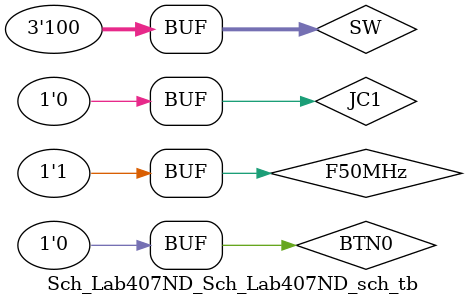
<source format=v>

`timescale 1ns / 1ps

module Sch_Lab407ND_Sch_Lab407ND_sch_tb();

// Inputs
   reg F50MHz;
   reg BTN0;
   reg [2:0] SW;
   reg JC1;

// Output
   wire JC2;
   wire JB1;
   wire JB2;
   wire JB3;
   wire JC3;
   wire LED0;
   wire JB4;
   wire seg_P;
   wire JC4;
   wire [3:0] AN;
   wire [6:0] seg;

// Bidirs

// Instantiate the UUT
   Sch_Lab407ND UUT (
		.F50MHz(F50MHz), 
		.JC2(JC2), 
		.JB1(JB1), 
		.JB2(JB2), 
		.JB3(JB3), 
		.JC3(JC3), 
		.BTN0(BTN0), 
		.SW(SW), 
		.JC1(JC1), 
		.LED0(LED0), 
		.JB4(JB4), 
		.seg_P(seg_P), 
		.JC4(JC4), 
		.AN(AN), 
		.seg(seg)
   );
	
	always begin F50MHz = 0; #10; F50MHz = 1; #10; end
	
       initial begin
		BTN0 = 0;
		SW = 3'b100;
		JC1 = 0;
		end
endmodule

</source>
